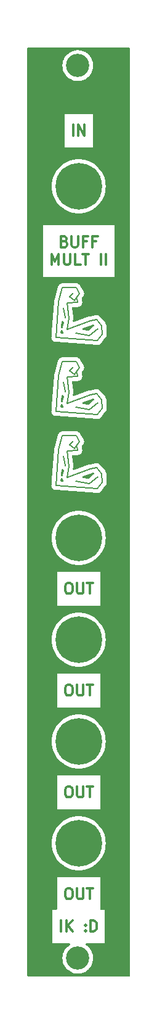
<source format=gbr>
%TF.GenerationSoftware,KiCad,Pcbnew,(6.0.1)*%
%TF.CreationDate,2022-12-13T19:10:28+02:00*%
%TF.ProjectId,BufferedMultFrontPlate3hp,42756666-6572-4656-944d-756c7446726f,rev?*%
%TF.SameCoordinates,Original*%
%TF.FileFunction,Copper,L1,Top*%
%TF.FilePolarity,Positive*%
%FSLAX46Y46*%
G04 Gerber Fmt 4.6, Leading zero omitted, Abs format (unit mm)*
G04 Created by KiCad (PCBNEW (6.0.1)) date 2022-12-13 19:10:28*
%MOMM*%
%LPD*%
G01*
G04 APERTURE LIST*
%TA.AperFunction,NonConductor*%
%ADD10C,0.200000*%
%TD*%
%ADD11C,0.300000*%
%TA.AperFunction,NonConductor*%
%ADD12C,0.300000*%
%TD*%
%TA.AperFunction,ComponentPad*%
%ADD13C,6.400000*%
%TD*%
%TA.AperFunction,ComponentPad*%
%ADD14C,3.200000*%
%TD*%
G04 APERTURE END LIST*
D10*
X10093200Y-61350400D02*
X11287000Y-60410600D01*
X8239000Y-50911000D02*
X10093200Y-51190400D01*
X5470400Y-41309800D02*
X11185400Y-41741600D01*
X8747000Y-35264600D02*
X8264400Y-34477200D01*
X8747000Y-55584600D02*
X8264400Y-54797200D01*
X6511800Y-47380400D02*
X6791200Y-48726600D01*
X10245600Y-38998400D02*
X6994400Y-40217600D01*
X8264400Y-54797200D02*
X6384800Y-54797200D01*
X11795000Y-49869600D02*
X11083800Y-49031400D01*
X6994400Y-50377600D02*
X7273800Y-48853600D01*
X6384800Y-44637200D02*
X5826000Y-46542200D01*
X7858000Y-55508400D02*
X7375400Y-56067200D01*
X5470400Y-51469800D02*
X11185400Y-51901600D01*
X11083800Y-59191400D02*
X10245600Y-59318400D01*
X11795000Y-39709600D02*
X11083800Y-38871400D01*
X8493000Y-36509200D02*
X8391400Y-35950400D01*
X7273800Y-38693600D02*
X7019800Y-36534600D01*
X7019800Y-36534600D02*
X8493000Y-36509200D01*
X5826000Y-56702200D02*
X5470400Y-61629800D01*
X10093200Y-51190400D02*
X11287000Y-50250600D01*
X11871200Y-51038000D02*
X11795000Y-49869600D01*
X10093200Y-41030400D02*
X11287000Y-40090600D01*
X11185400Y-41741600D02*
X11871200Y-40878000D01*
X8264400Y-34477200D02*
X6384800Y-34477200D01*
X6384800Y-34477200D02*
X5826000Y-36382200D01*
X11083800Y-38871400D02*
X10245600Y-38998400D01*
X5826000Y-46542200D02*
X5470400Y-51469800D01*
X7375400Y-45907200D02*
X8010400Y-46364400D01*
X6511800Y-57540400D02*
X6791200Y-58886600D01*
X8239000Y-40751000D02*
X10093200Y-41030400D01*
X11083800Y-49031400D02*
X10245600Y-49158400D01*
X8493000Y-56829200D02*
X8391400Y-56270400D01*
X11795000Y-60029600D02*
X11083800Y-59191400D01*
X7858000Y-35188400D02*
X7375400Y-35747200D01*
X6994400Y-60537600D02*
X7273800Y-59013600D01*
X11871200Y-40878000D02*
X11795000Y-39709600D01*
X11871200Y-61198000D02*
X11795000Y-60029600D01*
X6511800Y-37220400D02*
X6791200Y-38566600D01*
X8010400Y-36204400D02*
X8747000Y-35264600D01*
X7019800Y-46694600D02*
X8493000Y-46669200D01*
X8010400Y-56524400D02*
X8747000Y-55584600D01*
X8747000Y-45424600D02*
X8264400Y-44637200D01*
X7273800Y-59013600D02*
X7019800Y-56854600D01*
X8239000Y-61071000D02*
X10093200Y-61350400D01*
X7375400Y-35747200D02*
X8010400Y-36204400D01*
X7273800Y-48853600D02*
X7019800Y-46694600D01*
X7019800Y-56854600D02*
X8493000Y-56829200D01*
X10245600Y-49158400D02*
X6994400Y-50377600D01*
X8264400Y-44637200D02*
X6384800Y-44637200D01*
X11185400Y-51901600D02*
X11871200Y-51038000D01*
X5470400Y-61629800D02*
X11185400Y-62061600D01*
X10245600Y-59318400D02*
X6994400Y-60537600D01*
X11185400Y-62061600D02*
X11871200Y-61198000D01*
X8493000Y-46669200D02*
X8391400Y-46110400D01*
X7858000Y-45348400D02*
X7375400Y-45907200D01*
X7375400Y-56067200D02*
X8010400Y-56524400D01*
X5826000Y-36382200D02*
X5470400Y-41309800D01*
X6384800Y-54797200D02*
X5826000Y-56702200D01*
X8010400Y-46364400D02*
X8747000Y-45424600D01*
X6994400Y-40217600D02*
X7273800Y-38693600D01*
D11*
D12*
X7834285Y-13616571D02*
X7834285Y-12116571D01*
X8548571Y-13616571D02*
X8548571Y-12116571D01*
X9405714Y-13616571D01*
X9405714Y-12116571D01*
D11*
D12*
X7120000Y-116891571D02*
X7405714Y-116891571D01*
X7548571Y-116963000D01*
X7691428Y-117105857D01*
X7762857Y-117391571D01*
X7762857Y-117891571D01*
X7691428Y-118177285D01*
X7548571Y-118320142D01*
X7405714Y-118391571D01*
X7120000Y-118391571D01*
X6977142Y-118320142D01*
X6834285Y-118177285D01*
X6762857Y-117891571D01*
X6762857Y-117391571D01*
X6834285Y-117105857D01*
X6977142Y-116963000D01*
X7120000Y-116891571D01*
X8405714Y-116891571D02*
X8405714Y-118105857D01*
X8477142Y-118248714D01*
X8548571Y-118320142D01*
X8691428Y-118391571D01*
X8977142Y-118391571D01*
X9120000Y-118320142D01*
X9191428Y-118248714D01*
X9262857Y-118105857D01*
X9262857Y-116891571D01*
X9762857Y-116891571D02*
X10620000Y-116891571D01*
X10191428Y-118391571D02*
X10191428Y-116891571D01*
D11*
D12*
X6655714Y-28133357D02*
X6870000Y-28204785D01*
X6941428Y-28276214D01*
X7012857Y-28419071D01*
X7012857Y-28633357D01*
X6941428Y-28776214D01*
X6870000Y-28847642D01*
X6727142Y-28919071D01*
X6155714Y-28919071D01*
X6155714Y-27419071D01*
X6655714Y-27419071D01*
X6798571Y-27490500D01*
X6870000Y-27561928D01*
X6941428Y-27704785D01*
X6941428Y-27847642D01*
X6870000Y-27990500D01*
X6798571Y-28061928D01*
X6655714Y-28133357D01*
X6155714Y-28133357D01*
X7655714Y-27419071D02*
X7655714Y-28633357D01*
X7727142Y-28776214D01*
X7798571Y-28847642D01*
X7941428Y-28919071D01*
X8227142Y-28919071D01*
X8370000Y-28847642D01*
X8441428Y-28776214D01*
X8512857Y-28633357D01*
X8512857Y-27419071D01*
X9727142Y-28133357D02*
X9227142Y-28133357D01*
X9227142Y-28919071D02*
X9227142Y-27419071D01*
X9941428Y-27419071D01*
X11012857Y-28133357D02*
X10512857Y-28133357D01*
X10512857Y-28919071D02*
X10512857Y-27419071D01*
X11227142Y-27419071D01*
X4870000Y-31334071D02*
X4870000Y-29834071D01*
X5370000Y-30905500D01*
X5870000Y-29834071D01*
X5870000Y-31334071D01*
X6584285Y-29834071D02*
X6584285Y-31048357D01*
X6655714Y-31191214D01*
X6727142Y-31262642D01*
X6870000Y-31334071D01*
X7155714Y-31334071D01*
X7298571Y-31262642D01*
X7370000Y-31191214D01*
X7441428Y-31048357D01*
X7441428Y-29834071D01*
X8870000Y-31334071D02*
X8155714Y-31334071D01*
X8155714Y-29834071D01*
X9155714Y-29834071D02*
X10012857Y-29834071D01*
X9584285Y-31334071D02*
X9584285Y-29834071D01*
X11655714Y-31334071D02*
X11655714Y-29834071D01*
X12370000Y-31334071D02*
X12370000Y-29834071D01*
D11*
D12*
X7120000Y-74981571D02*
X7405714Y-74981571D01*
X7548571Y-75053000D01*
X7691428Y-75195857D01*
X7762857Y-75481571D01*
X7762857Y-75981571D01*
X7691428Y-76267285D01*
X7548571Y-76410142D01*
X7405714Y-76481571D01*
X7120000Y-76481571D01*
X6977142Y-76410142D01*
X6834285Y-76267285D01*
X6762857Y-75981571D01*
X6762857Y-75481571D01*
X6834285Y-75195857D01*
X6977142Y-75053000D01*
X7120000Y-74981571D01*
X8405714Y-74981571D02*
X8405714Y-76195857D01*
X8477142Y-76338714D01*
X8548571Y-76410142D01*
X8691428Y-76481571D01*
X8977142Y-76481571D01*
X9120000Y-76410142D01*
X9191428Y-76338714D01*
X9262857Y-76195857D01*
X9262857Y-74981571D01*
X9762857Y-74981571D02*
X10620000Y-74981571D01*
X10191428Y-76481571D02*
X10191428Y-74981571D01*
D11*
D12*
X7120000Y-88951571D02*
X7405714Y-88951571D01*
X7548571Y-89023000D01*
X7691428Y-89165857D01*
X7762857Y-89451571D01*
X7762857Y-89951571D01*
X7691428Y-90237285D01*
X7548571Y-90380142D01*
X7405714Y-90451571D01*
X7120000Y-90451571D01*
X6977142Y-90380142D01*
X6834285Y-90237285D01*
X6762857Y-89951571D01*
X6762857Y-89451571D01*
X6834285Y-89165857D01*
X6977142Y-89023000D01*
X7120000Y-88951571D01*
X8405714Y-88951571D02*
X8405714Y-90165857D01*
X8477142Y-90308714D01*
X8548571Y-90380142D01*
X8691428Y-90451571D01*
X8977142Y-90451571D01*
X9120000Y-90380142D01*
X9191428Y-90308714D01*
X9262857Y-90165857D01*
X9262857Y-88951571D01*
X9762857Y-88951571D02*
X10620000Y-88951571D01*
X10191428Y-90451571D02*
X10191428Y-88951571D01*
D11*
D12*
X7120000Y-102921571D02*
X7405714Y-102921571D01*
X7548571Y-102993000D01*
X7691428Y-103135857D01*
X7762857Y-103421571D01*
X7762857Y-103921571D01*
X7691428Y-104207285D01*
X7548571Y-104350142D01*
X7405714Y-104421571D01*
X7120000Y-104421571D01*
X6977142Y-104350142D01*
X6834285Y-104207285D01*
X6762857Y-103921571D01*
X6762857Y-103421571D01*
X6834285Y-103135857D01*
X6977142Y-102993000D01*
X7120000Y-102921571D01*
X8405714Y-102921571D02*
X8405714Y-104135857D01*
X8477142Y-104278714D01*
X8548571Y-104350142D01*
X8691428Y-104421571D01*
X8977142Y-104421571D01*
X9120000Y-104350142D01*
X9191428Y-104278714D01*
X9262857Y-104135857D01*
X9262857Y-102921571D01*
X9762857Y-102921571D02*
X10620000Y-102921571D01*
X10191428Y-104421571D02*
X10191428Y-102921571D01*
D11*
D12*
X6191428Y-122836571D02*
X6191428Y-121336571D01*
X6905714Y-122836571D02*
X6905714Y-121336571D01*
X7762857Y-122836571D02*
X7120000Y-121979428D01*
X7762857Y-121336571D02*
X6905714Y-122193714D01*
X9548571Y-122693714D02*
X9620000Y-122765142D01*
X9548571Y-122836571D01*
X9477142Y-122765142D01*
X9548571Y-122693714D01*
X9548571Y-122836571D01*
X9548571Y-121908000D02*
X9620000Y-121979428D01*
X9548571Y-122050857D01*
X9477142Y-121979428D01*
X9548571Y-121908000D01*
X9548571Y-122050857D01*
X10262857Y-122836571D02*
X10262857Y-121336571D01*
X10620000Y-121336571D01*
X10834285Y-121408000D01*
X10977142Y-121550857D01*
X11048571Y-121693714D01*
X11120000Y-121979428D01*
X11120000Y-122193714D01*
X11048571Y-122479428D01*
X10977142Y-122622285D01*
X10834285Y-122765142D01*
X10620000Y-122836571D01*
X10262857Y-122836571D01*
D13*
%TO.P,,*%
%TO.N,*%
X8620000Y-96758000D03*
%TD*%
%TO.P,REF\u002A\u002A,*%
%TO.N,*%
X8620000Y-96758000D03*
%TD*%
%TO.P,REF\u002A\u002A,*%
%TO.N,*%
X8620000Y-110728000D03*
%TD*%
D14*
%TO.P,REF158\u002C4,*%
%TO.N,*%
X8500000Y-126500000D03*
%TD*%
%TO.P,REF\u002A\u002A,*%
%TO.N,*%
X8500000Y-4000000D03*
%TD*%
D13*
%TO.P,REF\u002A\u002A,*%
%TO.N,*%
X8620000Y-68818000D03*
%TD*%
%TO.P,,*%
%TO.N,*%
X8620000Y-82788000D03*
%TD*%
%TO.P,REF\u002A\u002A,*%
%TO.N,*%
X8620000Y-20558000D03*
%TD*%
%TA.AperFunction,NonConductor*%
G36*
X6443380Y-39069508D02*
G01*
X6448485Y-39073910D01*
X6448487Y-39073912D01*
X6454739Y-39079303D01*
X6487908Y-39095319D01*
X6540552Y-39142951D01*
X6559089Y-39211485D01*
X6557053Y-39231499D01*
X6489530Y-39599802D01*
X6433053Y-39907856D01*
X6401095Y-39971253D01*
X6339935Y-40007308D01*
X6268991Y-40004573D01*
X6210787Y-39963918D01*
X6183803Y-39898249D01*
X6183446Y-39876065D01*
X6197329Y-39683696D01*
X6235420Y-39155857D01*
X6260273Y-39089353D01*
X6317136Y-39046843D01*
X6387955Y-39041824D01*
X6443380Y-39069508D01*
G37*
%TD.AperFunction*%
%TA.AperFunction,NonConductor*%
G36*
X10667512Y-39569644D02*
G01*
X10721518Y-39615729D01*
X10742035Y-39683696D01*
X10722549Y-39751967D01*
X10693977Y-39783653D01*
X9966570Y-40356292D01*
X9900673Y-40382712D01*
X9869858Y-40381882D01*
X9220963Y-40284103D01*
X9156583Y-40254174D01*
X9118604Y-40194190D01*
X9119084Y-40123195D01*
X9157870Y-40063730D01*
X9195493Y-40041534D01*
X10387211Y-39594640D01*
X10412577Y-39588039D01*
X10597164Y-39560072D01*
X10667512Y-39569644D01*
G37*
%TD.AperFunction*%
%TA.AperFunction,NonConductor*%
G36*
X6363788Y-40273941D02*
G01*
X6397379Y-40334517D01*
X6400755Y-40349076D01*
X6401202Y-40351080D01*
X6416727Y-40423427D01*
X6419049Y-40427963D01*
X6420200Y-40432925D01*
X6424084Y-40440213D01*
X6424085Y-40440215D01*
X6454991Y-40498203D01*
X6455950Y-40500039D01*
X6489683Y-40565926D01*
X6493100Y-40569706D01*
X6495496Y-40574202D01*
X6495982Y-40574722D01*
X6517221Y-40639147D01*
X6499468Y-40707888D01*
X6447368Y-40756118D01*
X6381796Y-40768928D01*
X6245657Y-40758642D01*
X6179237Y-40733564D01*
X6136919Y-40676558D01*
X6129477Y-40623931D01*
X6148963Y-40353910D01*
X6173816Y-40287405D01*
X6230679Y-40244895D01*
X6301498Y-40239876D01*
X6363788Y-40273941D01*
G37*
%TD.AperFunction*%
%TA.AperFunction,NonConductor*%
G36*
X6443380Y-49229508D02*
G01*
X6448485Y-49233910D01*
X6448487Y-49233912D01*
X6454739Y-49239303D01*
X6487908Y-49255319D01*
X6540552Y-49302951D01*
X6559089Y-49371485D01*
X6557053Y-49391499D01*
X6489530Y-49759802D01*
X6433053Y-50067856D01*
X6401095Y-50131253D01*
X6339935Y-50167308D01*
X6268991Y-50164573D01*
X6210787Y-50123918D01*
X6183803Y-50058249D01*
X6183446Y-50036065D01*
X6197329Y-49843696D01*
X6235420Y-49315857D01*
X6260273Y-49249353D01*
X6317136Y-49206843D01*
X6387955Y-49201824D01*
X6443380Y-49229508D01*
G37*
%TD.AperFunction*%
%TA.AperFunction,NonConductor*%
G36*
X10667512Y-49729644D02*
G01*
X10721518Y-49775729D01*
X10742035Y-49843696D01*
X10722549Y-49911967D01*
X10693977Y-49943653D01*
X9966570Y-50516292D01*
X9900673Y-50542712D01*
X9869858Y-50541882D01*
X9220963Y-50444103D01*
X9156583Y-50414174D01*
X9118604Y-50354190D01*
X9119084Y-50283195D01*
X9157870Y-50223730D01*
X9195493Y-50201534D01*
X10387211Y-49754640D01*
X10412577Y-49748039D01*
X10597164Y-49720072D01*
X10667512Y-49729644D01*
G37*
%TD.AperFunction*%
%TA.AperFunction,NonConductor*%
G36*
X6363788Y-50433941D02*
G01*
X6397379Y-50494517D01*
X6400755Y-50509076D01*
X6401202Y-50511080D01*
X6416727Y-50583427D01*
X6419049Y-50587963D01*
X6420200Y-50592925D01*
X6424084Y-50600213D01*
X6424085Y-50600215D01*
X6454991Y-50658203D01*
X6455950Y-50660039D01*
X6489683Y-50725926D01*
X6493100Y-50729706D01*
X6495496Y-50734202D01*
X6495982Y-50734722D01*
X6517221Y-50799147D01*
X6499468Y-50867888D01*
X6447368Y-50916118D01*
X6381796Y-50928928D01*
X6245657Y-50918642D01*
X6179237Y-50893564D01*
X6136919Y-50836558D01*
X6129477Y-50783931D01*
X6148963Y-50513910D01*
X6173816Y-50447405D01*
X6230679Y-50404895D01*
X6301498Y-50399876D01*
X6363788Y-50433941D01*
G37*
%TD.AperFunction*%
%TA.AperFunction,NonConductor*%
G36*
X6443380Y-59389508D02*
G01*
X6448485Y-59393910D01*
X6448487Y-59393912D01*
X6454739Y-59399303D01*
X6487908Y-59415319D01*
X6540552Y-59462951D01*
X6559089Y-59531485D01*
X6557053Y-59551499D01*
X6489530Y-59919802D01*
X6433053Y-60227856D01*
X6401095Y-60291253D01*
X6339935Y-60327308D01*
X6268991Y-60324573D01*
X6210787Y-60283918D01*
X6183803Y-60218249D01*
X6183446Y-60196065D01*
X6197329Y-60003696D01*
X6235420Y-59475857D01*
X6260273Y-59409353D01*
X6317136Y-59366843D01*
X6387955Y-59361824D01*
X6443380Y-59389508D01*
G37*
%TD.AperFunction*%
%TA.AperFunction,NonConductor*%
G36*
X10667512Y-59889644D02*
G01*
X10721518Y-59935729D01*
X10742035Y-60003696D01*
X10722549Y-60071967D01*
X10693977Y-60103653D01*
X9966570Y-60676292D01*
X9900673Y-60702712D01*
X9869858Y-60701882D01*
X9220963Y-60604103D01*
X9156583Y-60574174D01*
X9118604Y-60514190D01*
X9119084Y-60443195D01*
X9157870Y-60383730D01*
X9195493Y-60361534D01*
X10387211Y-59914640D01*
X10412577Y-59908039D01*
X10597164Y-59880072D01*
X10667512Y-59889644D01*
G37*
%TD.AperFunction*%
%TA.AperFunction,NonConductor*%
G36*
X6363788Y-60593941D02*
G01*
X6397379Y-60654517D01*
X6400755Y-60669076D01*
X6401202Y-60671080D01*
X6416727Y-60743427D01*
X6419049Y-60747963D01*
X6420200Y-60752925D01*
X6424084Y-60760213D01*
X6424085Y-60760215D01*
X6454991Y-60818203D01*
X6455950Y-60820039D01*
X6489683Y-60885926D01*
X6493100Y-60889706D01*
X6495496Y-60894202D01*
X6495982Y-60894722D01*
X6517221Y-60959147D01*
X6499468Y-61027888D01*
X6447368Y-61076118D01*
X6381796Y-61088928D01*
X6245657Y-61078642D01*
X6179237Y-61053564D01*
X6136919Y-60996558D01*
X6129477Y-60943931D01*
X6148963Y-60673910D01*
X6173816Y-60607405D01*
X6230679Y-60564895D01*
X6301498Y-60559876D01*
X6363788Y-60593941D01*
G37*
%TD.AperFunction*%
%TA.AperFunction,NonConductor*%
G36*
X15594121Y-1528002D02*
G01*
X15640614Y-1581658D01*
X15652000Y-1634000D01*
X15652000Y-128866000D01*
X15631998Y-128934121D01*
X15578342Y-128980614D01*
X15526000Y-128992000D01*
X1634000Y-128992000D01*
X1565879Y-128971998D01*
X1519386Y-128918342D01*
X1508000Y-128866000D01*
X1508000Y-124473500D01*
X5026286Y-124473500D01*
X7324281Y-124473500D01*
X7392402Y-124493502D01*
X7438895Y-124547158D01*
X7448999Y-124617432D01*
X7419505Y-124682012D01*
X7388987Y-124707616D01*
X7297521Y-124762357D01*
X7297517Y-124762360D01*
X7293839Y-124764561D01*
X7069472Y-124944313D01*
X6871577Y-125152851D01*
X6703814Y-125386317D01*
X6569288Y-125640392D01*
X6470489Y-125910373D01*
X6409245Y-126191264D01*
X6386689Y-126477869D01*
X6403238Y-126764883D01*
X6404063Y-126769088D01*
X6404064Y-126769096D01*
X6436010Y-126931921D01*
X6458586Y-127046995D01*
X6459973Y-127051045D01*
X6459974Y-127051050D01*
X6550321Y-127314930D01*
X6551710Y-127318986D01*
X6680885Y-127575822D01*
X6843721Y-127812750D01*
X7037206Y-128025388D01*
X7040501Y-128028143D01*
X7040502Y-128028144D01*
X7091258Y-128070582D01*
X7257759Y-128209798D01*
X7501298Y-128362571D01*
X7763318Y-128480877D01*
X7767437Y-128482097D01*
X8034857Y-128561311D01*
X8034862Y-128561312D01*
X8038970Y-128562529D01*
X8043204Y-128563177D01*
X8043209Y-128563178D01*
X8291811Y-128601219D01*
X8323153Y-128606015D01*
X8469485Y-128608314D01*
X8606317Y-128610464D01*
X8606323Y-128610464D01*
X8610608Y-128610531D01*
X8614860Y-128610016D01*
X8614868Y-128610016D01*
X8891756Y-128576508D01*
X8891761Y-128576507D01*
X8896017Y-128575992D01*
X9174097Y-128503039D01*
X9439704Y-128393021D01*
X9687922Y-128247974D01*
X9914159Y-128070582D01*
X9955285Y-128028144D01*
X10111244Y-127867206D01*
X10114227Y-127864128D01*
X10116760Y-127860680D01*
X10116764Y-127860675D01*
X10281887Y-127635886D01*
X10284425Y-127632431D01*
X10421604Y-127379779D01*
X10523225Y-127110848D01*
X10587407Y-126830613D01*
X10612963Y-126544260D01*
X10613427Y-126500000D01*
X10593873Y-126213175D01*
X10589336Y-126191264D01*
X10536443Y-125935855D01*
X10535574Y-125931658D01*
X10439607Y-125660657D01*
X10307750Y-125405188D01*
X10294488Y-125386317D01*
X10144904Y-125173482D01*
X10142441Y-125169977D01*
X9946740Y-124959378D01*
X9724268Y-124777287D01*
X9609461Y-124706933D01*
X9561830Y-124654285D01*
X9550223Y-124584244D01*
X9578326Y-124519046D01*
X9637217Y-124479392D01*
X9675296Y-124473500D01*
X12213715Y-124473500D01*
X12213715Y-119842500D01*
X11696857Y-119842500D01*
X11628736Y-119822498D01*
X11582243Y-119768842D01*
X11570857Y-119716500D01*
X11570857Y-115397500D01*
X5669143Y-115397500D01*
X5669143Y-119716500D01*
X5649141Y-119784621D01*
X5595485Y-119831114D01*
X5543143Y-119842500D01*
X5026286Y-119842500D01*
X5026286Y-124473500D01*
X1508000Y-124473500D01*
X1508000Y-110728000D01*
X4906411Y-110728000D01*
X4926754Y-111116176D01*
X4987562Y-111500099D01*
X5088167Y-111875562D01*
X5227468Y-112238453D01*
X5403938Y-112584794D01*
X5615643Y-112910793D01*
X5860266Y-113212876D01*
X6135124Y-113487734D01*
X6437207Y-113732357D01*
X6763205Y-113944062D01*
X6766139Y-113945557D01*
X6766146Y-113945561D01*
X7106607Y-114119034D01*
X7109547Y-114120532D01*
X7472438Y-114259833D01*
X7847901Y-114360438D01*
X8051793Y-114392732D01*
X8228576Y-114420732D01*
X8228584Y-114420733D01*
X8231824Y-114421246D01*
X8620000Y-114441589D01*
X9008176Y-114421246D01*
X9011416Y-114420733D01*
X9011424Y-114420732D01*
X9188207Y-114392732D01*
X9392099Y-114360438D01*
X9767562Y-114259833D01*
X10130453Y-114120532D01*
X10133393Y-114119034D01*
X10473854Y-113945561D01*
X10473861Y-113945557D01*
X10476795Y-113944062D01*
X10802793Y-113732357D01*
X11104876Y-113487734D01*
X11379734Y-113212876D01*
X11624357Y-112910793D01*
X11836062Y-112584794D01*
X12012532Y-112238453D01*
X12151833Y-111875562D01*
X12252438Y-111500099D01*
X12313246Y-111116176D01*
X12333589Y-110728000D01*
X12313246Y-110339824D01*
X12252438Y-109955901D01*
X12151833Y-109580438D01*
X12012532Y-109217547D01*
X11836062Y-108871206D01*
X11624357Y-108545207D01*
X11379734Y-108243124D01*
X11104876Y-107968266D01*
X10802793Y-107723643D01*
X10476795Y-107511938D01*
X10473861Y-107510443D01*
X10473854Y-107510439D01*
X10133393Y-107336966D01*
X10130453Y-107335468D01*
X9767562Y-107196167D01*
X9392099Y-107095562D01*
X9188207Y-107063268D01*
X9011424Y-107035268D01*
X9011416Y-107035267D01*
X9008176Y-107034754D01*
X8620000Y-107014411D01*
X8231824Y-107034754D01*
X8228584Y-107035267D01*
X8228576Y-107035268D01*
X8051793Y-107063268D01*
X7847901Y-107095562D01*
X7472438Y-107196167D01*
X7109547Y-107335468D01*
X7106607Y-107336966D01*
X6766147Y-107510439D01*
X6766140Y-107510443D01*
X6763206Y-107511938D01*
X6437207Y-107723643D01*
X6135124Y-107968266D01*
X5860266Y-108243124D01*
X5615643Y-108545207D01*
X5403938Y-108871206D01*
X5227468Y-109217547D01*
X5088167Y-109580438D01*
X4987562Y-109955901D01*
X4926754Y-110339824D01*
X4906411Y-110728000D01*
X1508000Y-110728000D01*
X1508000Y-106058500D01*
X5669143Y-106058500D01*
X11570857Y-106058500D01*
X11570857Y-101427500D01*
X5669143Y-101427500D01*
X5669143Y-106058500D01*
X1508000Y-106058500D01*
X1508000Y-96758000D01*
X4906411Y-96758000D01*
X4926754Y-97146176D01*
X4987562Y-97530099D01*
X5088167Y-97905562D01*
X5227468Y-98268453D01*
X5403938Y-98614794D01*
X5615643Y-98940793D01*
X5860266Y-99242876D01*
X6135124Y-99517734D01*
X6437207Y-99762357D01*
X6763205Y-99974062D01*
X6766139Y-99975557D01*
X6766146Y-99975561D01*
X7106607Y-100149034D01*
X7109547Y-100150532D01*
X7472438Y-100289833D01*
X7847901Y-100390438D01*
X8051793Y-100422732D01*
X8228576Y-100450732D01*
X8228584Y-100450733D01*
X8231824Y-100451246D01*
X8620000Y-100471589D01*
X9008176Y-100451246D01*
X9011416Y-100450733D01*
X9011424Y-100450732D01*
X9188207Y-100422732D01*
X9392099Y-100390438D01*
X9767562Y-100289833D01*
X10130453Y-100150532D01*
X10133393Y-100149034D01*
X10473854Y-99975561D01*
X10473861Y-99975557D01*
X10476795Y-99974062D01*
X10802793Y-99762357D01*
X11104876Y-99517734D01*
X11379734Y-99242876D01*
X11624357Y-98940793D01*
X11836062Y-98614794D01*
X12012532Y-98268453D01*
X12151833Y-97905562D01*
X12252438Y-97530099D01*
X12313246Y-97146176D01*
X12333589Y-96758000D01*
X12313246Y-96369824D01*
X12252438Y-95985901D01*
X12151833Y-95610438D01*
X12012532Y-95247547D01*
X11836062Y-94901206D01*
X11624357Y-94575207D01*
X11379734Y-94273124D01*
X11104876Y-93998266D01*
X10802793Y-93753643D01*
X10476795Y-93541938D01*
X10473861Y-93540443D01*
X10473854Y-93540439D01*
X10133393Y-93366966D01*
X10130453Y-93365468D01*
X9767562Y-93226167D01*
X9392099Y-93125562D01*
X9188207Y-93093268D01*
X9011424Y-93065268D01*
X9011416Y-93065267D01*
X9008176Y-93064754D01*
X8620000Y-93044411D01*
X8231824Y-93064754D01*
X8228584Y-93065267D01*
X8228576Y-93065268D01*
X8051793Y-93093268D01*
X7847901Y-93125562D01*
X7472438Y-93226167D01*
X7109547Y-93365468D01*
X7106607Y-93366966D01*
X6766147Y-93540439D01*
X6766140Y-93540443D01*
X6763206Y-93541938D01*
X6437207Y-93753643D01*
X6135124Y-93998266D01*
X5860266Y-94273124D01*
X5615643Y-94575207D01*
X5403938Y-94901206D01*
X5227468Y-95247547D01*
X5088167Y-95610438D01*
X4987562Y-95985901D01*
X4926754Y-96369824D01*
X4906411Y-96758000D01*
X1508000Y-96758000D01*
X1508000Y-92088500D01*
X5669143Y-92088500D01*
X11570857Y-92088500D01*
X11570857Y-87457500D01*
X5669143Y-87457500D01*
X5669143Y-92088500D01*
X1508000Y-92088500D01*
X1508000Y-82788000D01*
X4906411Y-82788000D01*
X4926754Y-83176176D01*
X4987562Y-83560099D01*
X5088167Y-83935562D01*
X5227468Y-84298453D01*
X5403938Y-84644794D01*
X5615643Y-84970793D01*
X5860266Y-85272876D01*
X6135124Y-85547734D01*
X6437207Y-85792357D01*
X6763205Y-86004062D01*
X6766139Y-86005557D01*
X6766146Y-86005561D01*
X7106607Y-86179034D01*
X7109547Y-86180532D01*
X7472438Y-86319833D01*
X7847901Y-86420438D01*
X8051793Y-86452732D01*
X8228576Y-86480732D01*
X8228584Y-86480733D01*
X8231824Y-86481246D01*
X8620000Y-86501589D01*
X9008176Y-86481246D01*
X9011416Y-86480733D01*
X9011424Y-86480732D01*
X9188207Y-86452732D01*
X9392099Y-86420438D01*
X9767562Y-86319833D01*
X10130453Y-86180532D01*
X10133393Y-86179034D01*
X10473854Y-86005561D01*
X10473861Y-86005557D01*
X10476795Y-86004062D01*
X10802793Y-85792357D01*
X11104876Y-85547734D01*
X11379734Y-85272876D01*
X11624357Y-84970793D01*
X11836062Y-84644794D01*
X12012532Y-84298453D01*
X12151833Y-83935562D01*
X12252438Y-83560099D01*
X12313246Y-83176176D01*
X12333589Y-82788000D01*
X12313246Y-82399824D01*
X12252438Y-82015901D01*
X12151833Y-81640438D01*
X12012532Y-81277547D01*
X11836062Y-80931206D01*
X11624357Y-80605207D01*
X11379734Y-80303124D01*
X11104876Y-80028266D01*
X10802793Y-79783643D01*
X10476795Y-79571938D01*
X10473861Y-79570443D01*
X10473854Y-79570439D01*
X10133393Y-79396966D01*
X10130453Y-79395468D01*
X9767562Y-79256167D01*
X9392099Y-79155562D01*
X9188207Y-79123268D01*
X9011424Y-79095268D01*
X9011416Y-79095267D01*
X9008176Y-79094754D01*
X8620000Y-79074411D01*
X8231824Y-79094754D01*
X8228584Y-79095267D01*
X8228576Y-79095268D01*
X8051793Y-79123268D01*
X7847901Y-79155562D01*
X7472438Y-79256167D01*
X7109547Y-79395468D01*
X7106607Y-79396966D01*
X6766147Y-79570439D01*
X6766140Y-79570443D01*
X6763206Y-79571938D01*
X6437207Y-79783643D01*
X6135124Y-80028266D01*
X5860266Y-80303124D01*
X5615643Y-80605207D01*
X5403938Y-80931206D01*
X5227468Y-81277547D01*
X5088167Y-81640438D01*
X4987562Y-82015901D01*
X4926754Y-82399824D01*
X4906411Y-82788000D01*
X1508000Y-82788000D01*
X1508000Y-78118500D01*
X5669143Y-78118500D01*
X11570857Y-78118500D01*
X11570857Y-73487500D01*
X5669143Y-73487500D01*
X5669143Y-78118500D01*
X1508000Y-78118500D01*
X1508000Y-68818000D01*
X4906411Y-68818000D01*
X4926754Y-69206176D01*
X4987562Y-69590099D01*
X5088167Y-69965562D01*
X5227468Y-70328453D01*
X5403938Y-70674794D01*
X5615643Y-71000793D01*
X5860266Y-71302876D01*
X6135124Y-71577734D01*
X6437207Y-71822357D01*
X6763205Y-72034062D01*
X6766139Y-72035557D01*
X6766146Y-72035561D01*
X7106607Y-72209034D01*
X7109547Y-72210532D01*
X7472438Y-72349833D01*
X7847901Y-72450438D01*
X8051793Y-72482732D01*
X8228576Y-72510732D01*
X8228584Y-72510733D01*
X8231824Y-72511246D01*
X8620000Y-72531589D01*
X9008176Y-72511246D01*
X9011416Y-72510733D01*
X9011424Y-72510732D01*
X9188207Y-72482732D01*
X9392099Y-72450438D01*
X9767562Y-72349833D01*
X10130453Y-72210532D01*
X10133393Y-72209034D01*
X10473854Y-72035561D01*
X10473861Y-72035557D01*
X10476795Y-72034062D01*
X10802793Y-71822357D01*
X11104876Y-71577734D01*
X11379734Y-71302876D01*
X11624357Y-71000793D01*
X11836062Y-70674794D01*
X12012532Y-70328453D01*
X12151833Y-69965562D01*
X12252438Y-69590099D01*
X12313246Y-69206176D01*
X12333589Y-68818000D01*
X12313246Y-68429824D01*
X12252438Y-68045901D01*
X12151833Y-67670438D01*
X12012532Y-67307547D01*
X11836062Y-66961206D01*
X11624357Y-66635207D01*
X11379734Y-66333124D01*
X11104876Y-66058266D01*
X10802793Y-65813643D01*
X10476795Y-65601938D01*
X10473861Y-65600443D01*
X10473854Y-65600439D01*
X10133393Y-65426966D01*
X10130453Y-65425468D01*
X9767562Y-65286167D01*
X9392099Y-65185562D01*
X9188207Y-65153268D01*
X9011424Y-65125268D01*
X9011416Y-65125267D01*
X9008176Y-65124754D01*
X8620000Y-65104411D01*
X8231824Y-65124754D01*
X8228584Y-65125267D01*
X8228576Y-65125268D01*
X8051793Y-65153268D01*
X7847901Y-65185562D01*
X7472438Y-65286167D01*
X7109547Y-65425468D01*
X7106607Y-65426966D01*
X6766147Y-65600439D01*
X6766140Y-65600443D01*
X6763206Y-65601938D01*
X6437207Y-65813643D01*
X6135124Y-66058266D01*
X5860266Y-66333124D01*
X5615643Y-66635207D01*
X5403938Y-66961206D01*
X5227468Y-67307547D01*
X5088167Y-67670438D01*
X4987562Y-68045901D01*
X4926754Y-68429824D01*
X4906411Y-68818000D01*
X1508000Y-68818000D01*
X1508000Y-61583598D01*
X4858897Y-61583598D01*
X4860868Y-61619075D01*
X4861147Y-61624106D01*
X4861168Y-61624964D01*
X4861109Y-61625781D01*
X4861244Y-61628068D01*
X4863379Y-61664315D01*
X4863403Y-61664736D01*
X4867775Y-61743441D01*
X4868101Y-61744433D01*
X4868162Y-61745472D01*
X4893052Y-61820417D01*
X4917721Y-61895539D01*
X4918291Y-61896411D01*
X4918620Y-61897401D01*
X4962069Y-61963363D01*
X5005332Y-62029528D01*
X5006110Y-62030224D01*
X5006683Y-62031094D01*
X5012687Y-62036429D01*
X5012688Y-62036431D01*
X5065613Y-62083466D01*
X5065930Y-62083749D01*
X5118664Y-62130934D01*
X5118671Y-62130939D01*
X5124636Y-62136276D01*
X5125567Y-62136747D01*
X5126346Y-62137439D01*
X5133498Y-62141025D01*
X5133500Y-62141026D01*
X5196958Y-62172841D01*
X5267503Y-62208508D01*
X5268524Y-62208722D01*
X5269456Y-62209189D01*
X5277291Y-62210801D01*
X5277293Y-62210802D01*
X5314806Y-62218521D01*
X5346614Y-62225066D01*
X5346812Y-62225107D01*
X5382581Y-62232594D01*
X5382603Y-62232598D01*
X5384859Y-62233070D01*
X5385681Y-62233132D01*
X5386527Y-62233279D01*
X5426260Y-62241455D01*
X5456897Y-62239650D01*
X5473794Y-62239790D01*
X10042318Y-62584967D01*
X11065036Y-62662239D01*
X11079129Y-62664759D01*
X11079138Y-62664700D01*
X11087309Y-62665914D01*
X11095246Y-62668183D01*
X11153711Y-62669156D01*
X11161101Y-62669497D01*
X11175201Y-62670563D01*
X11175212Y-62670563D01*
X11179326Y-62670874D01*
X11183449Y-62670645D01*
X11183454Y-62670645D01*
X11192678Y-62670133D01*
X11201758Y-62669956D01*
X11247063Y-62670710D01*
X11247066Y-62670710D01*
X11255314Y-62670847D01*
X11263318Y-62668844D01*
X11263322Y-62668844D01*
X11265232Y-62668366D01*
X11288831Y-62664792D01*
X11299041Y-62664225D01*
X11349942Y-62647510D01*
X11358668Y-62644990D01*
X11410617Y-62631993D01*
X11417840Y-62627982D01*
X11419558Y-62627028D01*
X11441420Y-62617471D01*
X11443291Y-62616857D01*
X11443295Y-62616855D01*
X11451139Y-62614279D01*
X11495968Y-62584967D01*
X11503747Y-62580272D01*
X11543351Y-62558277D01*
X11543352Y-62558276D01*
X11550571Y-62554267D01*
X11557925Y-62547153D01*
X11576564Y-62532267D01*
X11585127Y-62526668D01*
X11620836Y-62486759D01*
X11627122Y-62480222D01*
X11636751Y-62470909D01*
X11648132Y-62456577D01*
X11652893Y-62450931D01*
X11686373Y-62413515D01*
X11686375Y-62413511D01*
X11691876Y-62407364D01*
X11695599Y-62400000D01*
X11700259Y-62393174D01*
X11700308Y-62393208D01*
X11708029Y-62381151D01*
X11820287Y-62239790D01*
X12306133Y-61627983D01*
X12321758Y-61611582D01*
X12325919Y-61607935D01*
X12325922Y-61607932D01*
X12332131Y-61602490D01*
X12359931Y-61560914D01*
X12365999Y-61552597D01*
X12369544Y-61548133D01*
X12369546Y-61548130D01*
X12372111Y-61544900D01*
X12383333Y-61526190D01*
X12386637Y-61520977D01*
X12416525Y-61476277D01*
X12416527Y-61476274D01*
X12421116Y-61469410D01*
X12423773Y-61461592D01*
X12426806Y-61455446D01*
X12429534Y-61449159D01*
X12433781Y-61442077D01*
X12450822Y-61382465D01*
X12452669Y-61376556D01*
X12469967Y-61325652D01*
X12472624Y-61317834D01*
X12473167Y-61309594D01*
X12474508Y-61302864D01*
X12475514Y-61296090D01*
X12477783Y-61288154D01*
X12478815Y-61226136D01*
X12479069Y-61219978D01*
X12480504Y-61198194D01*
X12480177Y-61193183D01*
X12479865Y-61188387D01*
X12479615Y-61178095D01*
X12480310Y-61136338D01*
X12480310Y-61136336D01*
X12480447Y-61128087D01*
X12478445Y-61120083D01*
X12478444Y-61120078D01*
X12477100Y-61114707D01*
X12473600Y-61092328D01*
X12402091Y-59995858D01*
X12401976Y-59993843D01*
X12400790Y-59969706D01*
X12398337Y-59919802D01*
X12386762Y-59883780D01*
X12383134Y-59869775D01*
X12377372Y-59840761D01*
X12375765Y-59832667D01*
X12364257Y-59809311D01*
X12357328Y-59792180D01*
X12349361Y-59767389D01*
X12328859Y-59735593D01*
X12321729Y-59723002D01*
X12308657Y-59696472D01*
X12308654Y-59696468D01*
X12305006Y-59689064D01*
X12256105Y-59633267D01*
X12254838Y-59631797D01*
X11585611Y-58843066D01*
X11573815Y-58826659D01*
X11567230Y-58815750D01*
X11562961Y-58808677D01*
X11532070Y-58778966D01*
X11527171Y-58773752D01*
X11527161Y-58773762D01*
X11524296Y-58770802D01*
X11521625Y-58767654D01*
X11518569Y-58764884D01*
X11518558Y-58764873D01*
X11500172Y-58748211D01*
X11497457Y-58745677D01*
X11447577Y-58697703D01*
X11440660Y-58693887D01*
X11438639Y-58692443D01*
X11432784Y-58687137D01*
X11371271Y-58655542D01*
X11367983Y-58653791D01*
X11314642Y-58624365D01*
X11307404Y-58620372D01*
X11299729Y-58618475D01*
X11297414Y-58617608D01*
X11290381Y-58613996D01*
X11282311Y-58612253D01*
X11282310Y-58612253D01*
X11222781Y-58599398D01*
X11219166Y-58598561D01*
X11151992Y-58581957D01*
X11144083Y-58582111D01*
X11141627Y-58581873D01*
X11133898Y-58580204D01*
X11125655Y-58580609D01*
X11125653Y-58580609D01*
X11064803Y-58583600D01*
X11061072Y-58583728D01*
X11046618Y-58584010D01*
X11032116Y-58584292D01*
X11028040Y-58584910D01*
X11023923Y-58585260D01*
X11023922Y-58585247D01*
X11016804Y-58585959D01*
X11001926Y-58586691D01*
X10982255Y-58587657D01*
X10982252Y-58587658D01*
X10974002Y-58588063D01*
X10954210Y-58594423D01*
X10954008Y-58594488D01*
X10934337Y-58599107D01*
X10221583Y-58707099D01*
X10198438Y-58708449D01*
X10194480Y-58708315D01*
X10194479Y-58708315D01*
X10186226Y-58708035D01*
X10178185Y-58709900D01*
X10178182Y-58709900D01*
X10156747Y-58714871D01*
X10135972Y-58719689D01*
X10126391Y-58721522D01*
X10119200Y-58722611D01*
X10119187Y-58722614D01*
X10115121Y-58723230D01*
X10095629Y-58728862D01*
X10089179Y-58730540D01*
X10069427Y-58735121D01*
X10065558Y-58736572D01*
X10058768Y-58739118D01*
X10049500Y-58742190D01*
X10007866Y-58754219D01*
X10007864Y-58754220D01*
X9999934Y-58756511D01*
X9990271Y-58762344D01*
X9989470Y-58762827D01*
X9968602Y-58772930D01*
X7994292Y-59513296D01*
X7923485Y-59518487D01*
X7861113Y-59484572D01*
X7826977Y-59422320D01*
X7826116Y-59372600D01*
X7865588Y-59157299D01*
X7868277Y-59145735D01*
X7878391Y-59109971D01*
X7878392Y-59109964D01*
X7880638Y-59102022D01*
X7881556Y-59035426D01*
X7881704Y-59030818D01*
X7884645Y-58972548D01*
X7884645Y-58972546D01*
X7885061Y-58964299D01*
X7875530Y-58919885D01*
X7873590Y-58908180D01*
X7864000Y-58826659D01*
X7718420Y-57589228D01*
X7730326Y-57519237D01*
X7778182Y-57466793D01*
X7841384Y-57448525D01*
X8120490Y-57443713D01*
X8424969Y-57438464D01*
X8435469Y-57438803D01*
X8442803Y-57440388D01*
X8451051Y-57439984D01*
X8451052Y-57439984D01*
X8467464Y-57439180D01*
X8511133Y-57437040D01*
X8515077Y-57436910D01*
X8543322Y-57436423D01*
X8547408Y-57435813D01*
X8549583Y-57435633D01*
X8559147Y-57434688D01*
X8580212Y-57433656D01*
X8602701Y-57432554D01*
X8610566Y-57430028D01*
X8621963Y-57426368D01*
X8641891Y-57421713D01*
X8642740Y-57421586D01*
X8661908Y-57418726D01*
X8669480Y-57415435D01*
X8669482Y-57415435D01*
X8701913Y-57401342D01*
X8713600Y-57396938D01*
X8747264Y-57386126D01*
X8747263Y-57386126D01*
X8755123Y-57383602D01*
X8772125Y-57372643D01*
X8790174Y-57362987D01*
X8801159Y-57358214D01*
X8801163Y-57358211D01*
X8808733Y-57354922D01*
X8826988Y-57340407D01*
X8842868Y-57327782D01*
X8853018Y-57320503D01*
X8882738Y-57301345D01*
X8889681Y-57296870D01*
X8903278Y-57281872D01*
X8918204Y-57267882D01*
X8927576Y-57260430D01*
X8934041Y-57255290D01*
X8938957Y-57248650D01*
X8959992Y-57220237D01*
X8967909Y-57210582D01*
X8991661Y-57184382D01*
X8991663Y-57184380D01*
X8997206Y-57178265D01*
X9006454Y-57160267D01*
X9017253Y-57142887D01*
X9024378Y-57133262D01*
X9029294Y-57126622D01*
X9045288Y-57086044D01*
X9050438Y-57074667D01*
X9066596Y-57043220D01*
X9066596Y-57043219D01*
X9070371Y-57035873D01*
X9072115Y-57027802D01*
X9072117Y-57027797D01*
X9074647Y-57016091D01*
X9080580Y-56996505D01*
X9084969Y-56985370D01*
X9084969Y-56985369D01*
X9087998Y-56977685D01*
X9092945Y-56934352D01*
X9094975Y-56922029D01*
X9102444Y-56887467D01*
X9104188Y-56879397D01*
X9103198Y-56859184D01*
X9103860Y-56838732D01*
X9105219Y-56826830D01*
X9105219Y-56826829D01*
X9106155Y-56818628D01*
X9099717Y-56775489D01*
X9098775Y-56765962D01*
X9098523Y-56763766D01*
X9098321Y-56759642D01*
X9097584Y-56755590D01*
X9097583Y-56755579D01*
X9093273Y-56731876D01*
X9092620Y-56727932D01*
X9092076Y-56724282D01*
X9085410Y-56679615D01*
X9083746Y-56668463D01*
X9083745Y-56668459D01*
X9082526Y-56660292D01*
X9079535Y-56653410D01*
X9077147Y-56643186D01*
X9014339Y-56297741D01*
X9021833Y-56227140D01*
X9039138Y-56197474D01*
X9176856Y-56021765D01*
X9184619Y-56012768D01*
X9185446Y-56011896D01*
X9191865Y-56006698D01*
X9231036Y-55952773D01*
X9233785Y-55949131D01*
X9250111Y-55928302D01*
X9252752Y-55923834D01*
X9259275Y-55913901D01*
X9281101Y-55883855D01*
X9285953Y-55877176D01*
X9292566Y-55859945D01*
X9301735Y-55840971D01*
X9306923Y-55832195D01*
X9306923Y-55832194D01*
X9311124Y-55825088D01*
X9318082Y-55800151D01*
X9323320Y-55781374D01*
X9327050Y-55770089D01*
X9340353Y-55735425D01*
X9343312Y-55727715D01*
X9345240Y-55709359D01*
X9349186Y-55688664D01*
X9351924Y-55678849D01*
X9354145Y-55670889D01*
X9354611Y-55625517D01*
X9355293Y-55613649D01*
X9359172Y-55576718D01*
X9360035Y-55568502D01*
X9357145Y-55550262D01*
X9355600Y-55529257D01*
X9355704Y-55519069D01*
X9355789Y-55510807D01*
X9353735Y-55502812D01*
X9353734Y-55502807D01*
X9344495Y-55466852D01*
X9342084Y-55455216D01*
X9336272Y-55418542D01*
X9334980Y-55410386D01*
X9327471Y-55393524D01*
X9320539Y-55373625D01*
X9318003Y-55363757D01*
X9315947Y-55355755D01*
X9293660Y-55316221D01*
X9288316Y-55305599D01*
X9287887Y-55304636D01*
X9286204Y-55300856D01*
X9272372Y-55278288D01*
X9270047Y-55274333D01*
X9237331Y-55216299D01*
X9231555Y-55210403D01*
X9230837Y-55209447D01*
X9224157Y-55199621D01*
X9039748Y-54898744D01*
X8812982Y-54528758D01*
X8804001Y-54511132D01*
X8798648Y-54498207D01*
X8798645Y-54498203D01*
X8795487Y-54490577D01*
X8790163Y-54483638D01*
X8770160Y-54457571D01*
X8766569Y-54452346D01*
X8766497Y-54452397D01*
X8764114Y-54449025D01*
X8761959Y-54445509D01*
X8759367Y-54442308D01*
X8759363Y-54442303D01*
X8742935Y-54422020D01*
X8740888Y-54419423D01*
X8703056Y-54370120D01*
X8698030Y-54363570D01*
X8691617Y-54358649D01*
X8691589Y-54358622D01*
X8686497Y-54352335D01*
X8629493Y-54310925D01*
X8626910Y-54308996D01*
X8571023Y-54266113D01*
X8563546Y-54263016D01*
X8563524Y-54263003D01*
X8556976Y-54258247D01*
X8491258Y-54233027D01*
X8488185Y-54231801D01*
X8423120Y-54204850D01*
X8415098Y-54203794D01*
X8415065Y-54203786D01*
X8407515Y-54200888D01*
X8337467Y-54193531D01*
X8334237Y-54193148D01*
X8304247Y-54189200D01*
X8300124Y-54189200D01*
X8296006Y-54188930D01*
X8296012Y-54188843D01*
X8289678Y-54188511D01*
X8256517Y-54185028D01*
X8248301Y-54184165D01*
X8240142Y-54185458D01*
X8240140Y-54185458D01*
X8226328Y-54187647D01*
X8206607Y-54189200D01*
X6441587Y-54189200D01*
X6422206Y-54187700D01*
X6407392Y-54185394D01*
X6407385Y-54185394D01*
X6399228Y-54184124D01*
X6391017Y-54185009D01*
X6358868Y-54188474D01*
X6353184Y-54188780D01*
X6353194Y-54188930D01*
X6349075Y-54189200D01*
X6344953Y-54189200D01*
X6313960Y-54193280D01*
X6311159Y-54193616D01*
X6240061Y-54201279D01*
X6233282Y-54203902D01*
X6226080Y-54204850D01*
X6218448Y-54208011D01*
X6218449Y-54208011D01*
X6160089Y-54232184D01*
X6157338Y-54233286D01*
X6090757Y-54259047D01*
X6084893Y-54263331D01*
X6078177Y-54266113D01*
X6021517Y-54309591D01*
X6019166Y-54311351D01*
X5969713Y-54347481D01*
X5961492Y-54353487D01*
X5956932Y-54359148D01*
X5951170Y-54363570D01*
X5946147Y-54370116D01*
X5946146Y-54370117D01*
X5907697Y-54420224D01*
X5905882Y-54422533D01*
X5861075Y-54478167D01*
X5858139Y-54484810D01*
X5853713Y-54490577D01*
X5850553Y-54498207D01*
X5850551Y-54498211D01*
X5826379Y-54556567D01*
X5825212Y-54559292D01*
X5814272Y-54584041D01*
X5812598Y-54587828D01*
X5811434Y-54591796D01*
X5810019Y-54595664D01*
X5809878Y-54595613D01*
X5807986Y-54600975D01*
X5792450Y-54638480D01*
X5791372Y-54646667D01*
X5791371Y-54646671D01*
X5789415Y-54661531D01*
X5785400Y-54680548D01*
X5296284Y-56347989D01*
X5261162Y-56467722D01*
X5252895Y-56488721D01*
X5246611Y-56501256D01*
X5244947Y-56509344D01*
X5236579Y-56550010D01*
X5234069Y-56560085D01*
X5232530Y-56565330D01*
X5232528Y-56565339D01*
X5231366Y-56569300D01*
X5227970Y-56591111D01*
X5226891Y-56597085D01*
X5222445Y-56618694D01*
X5222149Y-56622798D01*
X5221754Y-56628267D01*
X5220582Y-56638575D01*
X5212924Y-56687772D01*
X5213809Y-56695979D01*
X5214427Y-56701714D01*
X5214825Y-56724282D01*
X4924398Y-60748770D01*
X4898787Y-61103676D01*
X4867529Y-61536816D01*
X4865184Y-61553558D01*
X4858897Y-61583598D01*
X1508000Y-61583598D01*
X1508000Y-51423598D01*
X4858897Y-51423598D01*
X4860868Y-51459075D01*
X4861147Y-51464106D01*
X4861168Y-51464964D01*
X4861109Y-51465781D01*
X4861244Y-51468068D01*
X4863379Y-51504315D01*
X4863403Y-51504736D01*
X4867775Y-51583441D01*
X4868101Y-51584433D01*
X4868162Y-51585472D01*
X4893052Y-51660417D01*
X4917721Y-51735539D01*
X4918291Y-51736411D01*
X4918620Y-51737401D01*
X4962069Y-51803363D01*
X5005332Y-51869528D01*
X5006110Y-51870224D01*
X5006683Y-51871094D01*
X5012687Y-51876429D01*
X5012688Y-51876431D01*
X5065613Y-51923466D01*
X5065930Y-51923749D01*
X5118664Y-51970934D01*
X5118671Y-51970939D01*
X5124636Y-51976276D01*
X5125567Y-51976747D01*
X5126346Y-51977439D01*
X5133498Y-51981025D01*
X5133500Y-51981026D01*
X5196958Y-52012841D01*
X5267503Y-52048508D01*
X5268524Y-52048722D01*
X5269456Y-52049189D01*
X5277291Y-52050801D01*
X5277293Y-52050802D01*
X5314806Y-52058521D01*
X5346614Y-52065066D01*
X5346812Y-52065107D01*
X5382581Y-52072594D01*
X5382603Y-52072598D01*
X5384859Y-52073070D01*
X5385681Y-52073132D01*
X5386527Y-52073279D01*
X5426260Y-52081455D01*
X5456897Y-52079650D01*
X5473794Y-52079790D01*
X10042318Y-52424967D01*
X11065036Y-52502239D01*
X11079129Y-52504759D01*
X11079138Y-52504700D01*
X11087309Y-52505914D01*
X11095246Y-52508183D01*
X11153711Y-52509156D01*
X11161101Y-52509497D01*
X11175201Y-52510563D01*
X11175212Y-52510563D01*
X11179326Y-52510874D01*
X11183449Y-52510645D01*
X11183454Y-52510645D01*
X11192678Y-52510133D01*
X11201758Y-52509956D01*
X11247063Y-52510710D01*
X11247066Y-52510710D01*
X11255314Y-52510847D01*
X11263318Y-52508844D01*
X11263322Y-52508844D01*
X11265232Y-52508366D01*
X11288831Y-52504792D01*
X11299041Y-52504225D01*
X11349942Y-52487510D01*
X11358668Y-52484990D01*
X11410617Y-52471993D01*
X11417840Y-52467982D01*
X11419558Y-52467028D01*
X11441420Y-52457471D01*
X11443291Y-52456857D01*
X11443295Y-52456855D01*
X11451139Y-52454279D01*
X11495968Y-52424967D01*
X11503747Y-52420272D01*
X11543351Y-52398277D01*
X11543352Y-52398276D01*
X11550571Y-52394267D01*
X11557925Y-52387153D01*
X11576564Y-52372267D01*
X11585127Y-52366668D01*
X11620836Y-52326759D01*
X11627122Y-52320222D01*
X11636751Y-52310909D01*
X11648132Y-52296577D01*
X11652893Y-52290931D01*
X11686373Y-52253515D01*
X11686375Y-52253511D01*
X11691876Y-52247364D01*
X11695599Y-52240000D01*
X11700259Y-52233174D01*
X11700308Y-52233208D01*
X11708029Y-52221151D01*
X11820287Y-52079790D01*
X12306133Y-51467983D01*
X12321758Y-51451582D01*
X12325919Y-51447935D01*
X12325922Y-51447932D01*
X12332131Y-51442490D01*
X12359931Y-51400914D01*
X12365999Y-51392597D01*
X12369544Y-51388133D01*
X12369546Y-51388130D01*
X12372111Y-51384900D01*
X12383333Y-51366190D01*
X12386637Y-51360977D01*
X12416525Y-51316277D01*
X12416527Y-51316274D01*
X12421116Y-51309410D01*
X12423773Y-51301592D01*
X12426806Y-51295446D01*
X12429534Y-51289159D01*
X12433781Y-51282077D01*
X12450822Y-51222465D01*
X12452669Y-51216556D01*
X12469967Y-51165652D01*
X12472624Y-51157834D01*
X12473167Y-51149594D01*
X12474508Y-51142864D01*
X12475514Y-51136090D01*
X12477783Y-51128154D01*
X12478815Y-51066136D01*
X12479069Y-51059978D01*
X12480504Y-51038194D01*
X12480177Y-51033183D01*
X12479865Y-51028387D01*
X12479615Y-51018095D01*
X12480310Y-50976338D01*
X12480310Y-50976336D01*
X12480447Y-50968087D01*
X12478445Y-50960083D01*
X12478444Y-50960078D01*
X12477100Y-50954707D01*
X12473600Y-50932328D01*
X12402091Y-49835858D01*
X12401976Y-49833843D01*
X12400790Y-49809706D01*
X12398337Y-49759802D01*
X12386762Y-49723780D01*
X12383134Y-49709775D01*
X12377372Y-49680761D01*
X12375765Y-49672667D01*
X12364257Y-49649311D01*
X12357328Y-49632180D01*
X12349361Y-49607389D01*
X12328859Y-49575593D01*
X12321729Y-49563002D01*
X12308657Y-49536472D01*
X12308654Y-49536468D01*
X12305006Y-49529064D01*
X12256105Y-49473267D01*
X12254838Y-49471797D01*
X11585611Y-48683066D01*
X11573815Y-48666659D01*
X11567230Y-48655750D01*
X11562961Y-48648677D01*
X11532070Y-48618966D01*
X11527171Y-48613752D01*
X11527161Y-48613762D01*
X11524296Y-48610802D01*
X11521625Y-48607654D01*
X11518569Y-48604884D01*
X11518558Y-48604873D01*
X11500172Y-48588211D01*
X11497457Y-48585677D01*
X11447577Y-48537703D01*
X11440660Y-48533887D01*
X11438639Y-48532443D01*
X11432784Y-48527137D01*
X11371271Y-48495542D01*
X11367983Y-48493791D01*
X11314642Y-48464365D01*
X11307404Y-48460372D01*
X11299729Y-48458475D01*
X11297414Y-48457608D01*
X11290381Y-48453996D01*
X11282311Y-48452253D01*
X11282310Y-48452253D01*
X11222781Y-48439398D01*
X11219166Y-48438561D01*
X11151992Y-48421957D01*
X11144083Y-48422111D01*
X11141627Y-48421873D01*
X11133898Y-48420204D01*
X11125655Y-48420609D01*
X11125653Y-48420609D01*
X11064803Y-48423600D01*
X11061072Y-48423728D01*
X11046618Y-48424010D01*
X11032116Y-48424292D01*
X11028040Y-48424910D01*
X11023923Y-48425260D01*
X11023922Y-48425247D01*
X11016804Y-48425959D01*
X11001926Y-48426691D01*
X10982255Y-48427657D01*
X10982252Y-48427658D01*
X10974002Y-48428063D01*
X10954210Y-48434423D01*
X10954008Y-48434488D01*
X10934337Y-48439107D01*
X10221583Y-48547099D01*
X10198438Y-48548449D01*
X10194480Y-48548315D01*
X10194479Y-48548315D01*
X10186226Y-48548035D01*
X10178185Y-48549900D01*
X10178182Y-48549900D01*
X10156747Y-48554871D01*
X10135972Y-48559689D01*
X10126391Y-48561522D01*
X10119200Y-48562611D01*
X10119187Y-48562614D01*
X10115121Y-48563230D01*
X10095629Y-48568862D01*
X10089179Y-48570540D01*
X10069427Y-48575121D01*
X10065558Y-48576572D01*
X10058768Y-48579118D01*
X10049500Y-48582190D01*
X10007866Y-48594219D01*
X10007864Y-48594220D01*
X9999934Y-48596511D01*
X9990271Y-48602344D01*
X9989470Y-48602827D01*
X9968602Y-48612930D01*
X7994292Y-49353296D01*
X7923485Y-49358487D01*
X7861113Y-49324572D01*
X7826977Y-49262320D01*
X7826116Y-49212600D01*
X7865588Y-48997299D01*
X7868277Y-48985735D01*
X7878391Y-48949971D01*
X7878392Y-48949964D01*
X7880638Y-48942022D01*
X7881556Y-48875426D01*
X7881704Y-48870818D01*
X7884645Y-48812548D01*
X7884645Y-48812546D01*
X7885061Y-48804299D01*
X7875530Y-48759885D01*
X7873590Y-48748180D01*
X7864000Y-48666659D01*
X7718420Y-47429228D01*
X7730326Y-47359237D01*
X7778182Y-47306793D01*
X7841384Y-47288525D01*
X8120490Y-47283713D01*
X8424969Y-47278464D01*
X8435469Y-47278803D01*
X8442803Y-47280388D01*
X8451051Y-47279984D01*
X8451052Y-47279984D01*
X8467464Y-47279180D01*
X8511133Y-47277040D01*
X8515077Y-47276910D01*
X8543322Y-47276423D01*
X8547408Y-47275813D01*
X8549583Y-47275633D01*
X8559147Y-47274688D01*
X8580212Y-47273656D01*
X8602701Y-47272554D01*
X8610566Y-47270028D01*
X8621963Y-47266368D01*
X8641891Y-47261713D01*
X8642740Y-47261586D01*
X8661908Y-47258726D01*
X8669480Y-47255435D01*
X8669482Y-47255435D01*
X8701913Y-47241342D01*
X8713600Y-47236938D01*
X8747264Y-47226126D01*
X8747263Y-47226126D01*
X8755123Y-47223602D01*
X8772125Y-47212643D01*
X8790174Y-47202987D01*
X8801159Y-47198214D01*
X8801163Y-47198211D01*
X8808733Y-47194922D01*
X8826988Y-47180407D01*
X8842868Y-47167782D01*
X8853018Y-47160503D01*
X8882738Y-47141345D01*
X8889681Y-47136870D01*
X8903278Y-47121872D01*
X8918204Y-47107882D01*
X8927576Y-47100430D01*
X8934041Y-47095290D01*
X8938957Y-47088650D01*
X8959992Y-47060237D01*
X8967909Y-47050582D01*
X8991661Y-47024382D01*
X8991663Y-47024380D01*
X8997206Y-47018265D01*
X9006454Y-47000267D01*
X9017253Y-46982887D01*
X9024378Y-46973262D01*
X9029294Y-46966622D01*
X9045288Y-46926044D01*
X9050438Y-46914667D01*
X9066596Y-46883220D01*
X9066596Y-46883219D01*
X9070371Y-46875873D01*
X9072115Y-46867802D01*
X9072117Y-46867797D01*
X9074647Y-46856091D01*
X9080580Y-46836505D01*
X9084969Y-46825370D01*
X9084969Y-46825369D01*
X9087998Y-46817685D01*
X9092945Y-46774352D01*
X9094975Y-46762029D01*
X9102444Y-46727467D01*
X9104188Y-46719397D01*
X9103198Y-46699184D01*
X9103860Y-46678732D01*
X9105219Y-46666830D01*
X9105219Y-46666829D01*
X9106155Y-46658628D01*
X9099717Y-46615489D01*
X9098775Y-46605962D01*
X9098523Y-46603766D01*
X9098321Y-46599642D01*
X9097584Y-46595590D01*
X9097583Y-46595579D01*
X9093273Y-46571876D01*
X9092620Y-46567932D01*
X9092076Y-46564282D01*
X9085410Y-46519615D01*
X9083746Y-46508463D01*
X9083745Y-46508459D01*
X9082526Y-46500292D01*
X9079535Y-46493410D01*
X9077147Y-46483186D01*
X9014339Y-46137741D01*
X9021833Y-46067140D01*
X9039138Y-46037474D01*
X9176856Y-45861765D01*
X9184619Y-45852768D01*
X9185446Y-45851896D01*
X9191865Y-45846698D01*
X9231036Y-45792773D01*
X9233785Y-45789131D01*
X9250111Y-45768302D01*
X9252752Y-45763834D01*
X9259275Y-45753901D01*
X9281101Y-45723855D01*
X9285953Y-45717176D01*
X9292566Y-45699945D01*
X9301735Y-45680971D01*
X9306923Y-45672195D01*
X9306923Y-45672194D01*
X9311124Y-45665088D01*
X9318082Y-45640151D01*
X9323320Y-45621374D01*
X9327050Y-45610089D01*
X9340353Y-45575425D01*
X9343312Y-45567715D01*
X9345240Y-45549359D01*
X9349186Y-45528664D01*
X9351924Y-45518849D01*
X9354145Y-45510889D01*
X9354611Y-45465517D01*
X9355293Y-45453649D01*
X9359172Y-45416718D01*
X9360035Y-45408502D01*
X9357145Y-45390262D01*
X9355600Y-45369257D01*
X9355704Y-45359069D01*
X9355789Y-45350807D01*
X9353735Y-45342812D01*
X9353734Y-45342807D01*
X9344495Y-45306852D01*
X9342084Y-45295216D01*
X9336272Y-45258542D01*
X9334980Y-45250386D01*
X9327471Y-45233524D01*
X9320539Y-45213625D01*
X9318003Y-45203757D01*
X9315947Y-45195755D01*
X9293660Y-45156221D01*
X9288316Y-45145599D01*
X9287887Y-45144636D01*
X9286204Y-45140856D01*
X9272372Y-45118288D01*
X9270047Y-45114333D01*
X9237331Y-45056299D01*
X9231555Y-45050403D01*
X9230837Y-45049447D01*
X9224157Y-45039621D01*
X9039748Y-44738744D01*
X8812982Y-44368758D01*
X8804001Y-44351132D01*
X8798648Y-44338207D01*
X8798645Y-44338203D01*
X8795487Y-44330577D01*
X8790163Y-44323638D01*
X8770160Y-44297571D01*
X8766569Y-44292346D01*
X8766497Y-44292397D01*
X8764114Y-44289025D01*
X8761959Y-44285509D01*
X8759367Y-44282308D01*
X8759363Y-44282303D01*
X8742935Y-44262020D01*
X8740888Y-44259423D01*
X8703056Y-44210120D01*
X8698030Y-44203570D01*
X8691617Y-44198649D01*
X8691589Y-44198622D01*
X8686497Y-44192335D01*
X8629493Y-44150925D01*
X8626910Y-44148996D01*
X8571023Y-44106113D01*
X8563546Y-44103016D01*
X8563524Y-44103003D01*
X8556976Y-44098247D01*
X8491258Y-44073027D01*
X8488185Y-44071801D01*
X8423120Y-44044850D01*
X8415098Y-44043794D01*
X8415065Y-44043786D01*
X8407515Y-44040888D01*
X8337467Y-44033531D01*
X8334237Y-44033148D01*
X8304247Y-44029200D01*
X8300124Y-44029200D01*
X8296006Y-44028930D01*
X8296012Y-44028843D01*
X8289678Y-44028511D01*
X8256517Y-44025028D01*
X8248301Y-44024165D01*
X8240142Y-44025458D01*
X8240140Y-44025458D01*
X8226328Y-44027647D01*
X8206607Y-44029200D01*
X6441587Y-44029200D01*
X6422206Y-44027700D01*
X6407392Y-44025394D01*
X6407385Y-44025394D01*
X6399228Y-44024124D01*
X6391017Y-44025009D01*
X6358868Y-44028474D01*
X6353184Y-44028780D01*
X6353194Y-44028930D01*
X6349075Y-44029200D01*
X6344953Y-44029200D01*
X6313960Y-44033280D01*
X6311159Y-44033616D01*
X6240061Y-44041279D01*
X6233282Y-44043902D01*
X6226080Y-44044850D01*
X6218448Y-44048011D01*
X6218449Y-44048011D01*
X6160089Y-44072184D01*
X6157338Y-44073286D01*
X6090757Y-44099047D01*
X6084893Y-44103331D01*
X6078177Y-44106113D01*
X6021517Y-44149591D01*
X6019166Y-44151351D01*
X5969713Y-44187481D01*
X5961492Y-44193487D01*
X5956932Y-44199148D01*
X5951170Y-44203570D01*
X5946147Y-44210116D01*
X5946146Y-44210117D01*
X5907697Y-44260224D01*
X5905882Y-44262533D01*
X5861075Y-44318167D01*
X5858139Y-44324810D01*
X5853713Y-44330577D01*
X5850553Y-44338207D01*
X5850551Y-44338211D01*
X5826379Y-44396567D01*
X5825212Y-44399292D01*
X5814272Y-44424041D01*
X5812598Y-44427828D01*
X5811434Y-44431796D01*
X5810019Y-44435664D01*
X5809878Y-44435613D01*
X5807986Y-44440975D01*
X5792450Y-44478480D01*
X5791372Y-44486667D01*
X5791371Y-44486671D01*
X5789415Y-44501531D01*
X5785400Y-44520548D01*
X5296284Y-46187989D01*
X5261162Y-46307722D01*
X5252895Y-46328721D01*
X5246611Y-46341256D01*
X5244947Y-46349344D01*
X5236579Y-46390010D01*
X5234069Y-46400085D01*
X5232530Y-46405330D01*
X5232528Y-46405339D01*
X5231366Y-46409300D01*
X5227970Y-46431111D01*
X5226891Y-46437085D01*
X5222445Y-46458694D01*
X5222149Y-46462798D01*
X5221754Y-46468267D01*
X5220582Y-46478575D01*
X5212924Y-46527772D01*
X5213809Y-46535979D01*
X5214427Y-46541714D01*
X5214825Y-46564282D01*
X4924398Y-50588770D01*
X4898787Y-50943676D01*
X4867529Y-51376816D01*
X4865184Y-51393558D01*
X4858897Y-51423598D01*
X1508000Y-51423598D01*
X1508000Y-41263598D01*
X4858897Y-41263598D01*
X4860868Y-41299075D01*
X4861147Y-41304106D01*
X4861168Y-41304964D01*
X4861109Y-41305781D01*
X4861244Y-41308068D01*
X4863379Y-41344315D01*
X4863403Y-41344736D01*
X4867775Y-41423441D01*
X4868101Y-41424433D01*
X4868162Y-41425472D01*
X4893052Y-41500417D01*
X4917721Y-41575539D01*
X4918291Y-41576411D01*
X4918620Y-41577401D01*
X4962069Y-41643363D01*
X5005332Y-41709528D01*
X5006110Y-41710224D01*
X5006683Y-41711094D01*
X5012687Y-41716429D01*
X5012688Y-41716431D01*
X5065613Y-41763466D01*
X5065930Y-41763749D01*
X5118664Y-41810934D01*
X5118671Y-41810939D01*
X5124636Y-41816276D01*
X5125567Y-41816747D01*
X5126346Y-41817439D01*
X5133498Y-41821025D01*
X5133500Y-41821026D01*
X5196958Y-41852841D01*
X5267503Y-41888508D01*
X5268524Y-41888722D01*
X5269456Y-41889189D01*
X5277291Y-41890801D01*
X5277293Y-41890802D01*
X5314806Y-41898521D01*
X5346614Y-41905066D01*
X5346812Y-41905107D01*
X5382581Y-41912594D01*
X5382603Y-41912598D01*
X5384859Y-41913070D01*
X5385681Y-41913132D01*
X5386527Y-41913279D01*
X5426260Y-41921455D01*
X5456897Y-41919650D01*
X5473794Y-41919790D01*
X10042318Y-42264967D01*
X11065036Y-42342239D01*
X11079129Y-42344759D01*
X11079138Y-42344700D01*
X11087309Y-42345914D01*
X11095246Y-42348183D01*
X11153711Y-42349156D01*
X11161101Y-42349497D01*
X11175201Y-42350563D01*
X11175212Y-42350563D01*
X11179326Y-42350874D01*
X11183449Y-42350645D01*
X11183454Y-42350645D01*
X11192678Y-42350133D01*
X11201758Y-42349956D01*
X11247063Y-42350710D01*
X11247066Y-42350710D01*
X11255314Y-42350847D01*
X11263318Y-42348844D01*
X11263322Y-42348844D01*
X11265232Y-42348366D01*
X11288831Y-42344792D01*
X11299041Y-42344225D01*
X11349942Y-42327510D01*
X11358668Y-42324990D01*
X11410617Y-42311993D01*
X11417840Y-42307982D01*
X11419558Y-42307028D01*
X11441420Y-42297471D01*
X11443291Y-42296857D01*
X11443295Y-42296855D01*
X11451139Y-42294279D01*
X11495968Y-42264967D01*
X11503747Y-42260272D01*
X11543351Y-42238277D01*
X11543352Y-42238276D01*
X11550571Y-42234267D01*
X11557925Y-42227153D01*
X11576564Y-42212267D01*
X11585127Y-42206668D01*
X11620836Y-42166759D01*
X11627122Y-42160222D01*
X11636751Y-42150909D01*
X11648132Y-42136577D01*
X11652893Y-42130931D01*
X11686373Y-42093515D01*
X11686375Y-42093511D01*
X11691876Y-42087364D01*
X11695599Y-42080000D01*
X11700259Y-42073174D01*
X11700308Y-42073208D01*
X11708029Y-42061151D01*
X11820287Y-41919790D01*
X12306133Y-41307983D01*
X12321758Y-41291582D01*
X12325919Y-41287935D01*
X12325922Y-41287932D01*
X12332131Y-41282490D01*
X12359931Y-41240914D01*
X12365999Y-41232597D01*
X12369544Y-41228133D01*
X12369546Y-41228130D01*
X12372111Y-41224900D01*
X12383333Y-41206190D01*
X12386637Y-41200977D01*
X12416525Y-41156277D01*
X12416527Y-41156274D01*
X12421116Y-41149410D01*
X12423773Y-41141592D01*
X12426806Y-41135446D01*
X12429534Y-41129159D01*
X12433781Y-41122077D01*
X12450822Y-41062465D01*
X12452669Y-41056556D01*
X12469967Y-41005652D01*
X12472624Y-40997834D01*
X12473167Y-40989594D01*
X12474508Y-40982864D01*
X12475514Y-40976090D01*
X12477783Y-40968154D01*
X12478815Y-40906136D01*
X12479069Y-40899978D01*
X12480504Y-40878194D01*
X12480177Y-40873183D01*
X12479865Y-40868387D01*
X12479615Y-40858095D01*
X12480310Y-40816338D01*
X12480310Y-40816336D01*
X12480447Y-40808087D01*
X12478445Y-40800083D01*
X12478444Y-40800078D01*
X12477100Y-40794707D01*
X12473600Y-40772328D01*
X12402091Y-39675858D01*
X12401976Y-39673843D01*
X12400790Y-39649706D01*
X12398337Y-39599802D01*
X12386762Y-39563780D01*
X12383134Y-39549775D01*
X12377372Y-39520761D01*
X12375765Y-39512667D01*
X12364257Y-39489311D01*
X12357328Y-39472180D01*
X12349361Y-39447389D01*
X12328859Y-39415593D01*
X12321729Y-39403002D01*
X12308657Y-39376472D01*
X12308654Y-39376468D01*
X12305006Y-39369064D01*
X12256105Y-39313267D01*
X12254838Y-39311797D01*
X11585611Y-38523066D01*
X11573815Y-38506659D01*
X11567230Y-38495750D01*
X11562961Y-38488677D01*
X11532070Y-38458966D01*
X11527171Y-38453752D01*
X11527161Y-38453762D01*
X11524296Y-38450802D01*
X11521625Y-38447654D01*
X11518569Y-38444884D01*
X11518558Y-38444873D01*
X11500172Y-38428211D01*
X11497457Y-38425677D01*
X11447577Y-38377703D01*
X11440660Y-38373887D01*
X11438639Y-38372443D01*
X11432784Y-38367137D01*
X11371271Y-38335542D01*
X11367983Y-38333791D01*
X11314642Y-38304365D01*
X11307404Y-38300372D01*
X11299729Y-38298475D01*
X11297414Y-38297608D01*
X11290381Y-38293996D01*
X11282311Y-38292253D01*
X11282310Y-38292253D01*
X11222781Y-38279398D01*
X11219166Y-38278561D01*
X11151992Y-38261957D01*
X11144083Y-38262111D01*
X11141627Y-38261873D01*
X11133898Y-38260204D01*
X11125655Y-38260609D01*
X11125653Y-38260609D01*
X11064803Y-38263600D01*
X11061072Y-38263728D01*
X11046618Y-38264010D01*
X11032116Y-38264292D01*
X11028040Y-38264910D01*
X11023923Y-38265260D01*
X11023922Y-38265247D01*
X11016804Y-38265959D01*
X11001926Y-38266691D01*
X10982255Y-38267657D01*
X10982252Y-38267658D01*
X10974002Y-38268063D01*
X10954210Y-38274423D01*
X10954008Y-38274488D01*
X10934337Y-38279107D01*
X10221583Y-38387099D01*
X10198438Y-38388449D01*
X10194480Y-38388315D01*
X10194479Y-38388315D01*
X10186226Y-38388035D01*
X10178185Y-38389900D01*
X10178182Y-38389900D01*
X10156747Y-38394871D01*
X10135972Y-38399689D01*
X10126391Y-38401522D01*
X10119200Y-38402611D01*
X10119187Y-38402614D01*
X10115121Y-38403230D01*
X10095629Y-38408862D01*
X10089179Y-38410540D01*
X10069427Y-38415121D01*
X10065558Y-38416572D01*
X10058768Y-38419118D01*
X10049500Y-38422190D01*
X10007866Y-38434219D01*
X10007864Y-38434220D01*
X9999934Y-38436511D01*
X9990271Y-38442344D01*
X9989470Y-38442827D01*
X9968602Y-38452930D01*
X7994292Y-39193296D01*
X7923485Y-39198487D01*
X7861113Y-39164572D01*
X7826977Y-39102320D01*
X7826116Y-39052600D01*
X7865588Y-38837299D01*
X7868277Y-38825735D01*
X7878391Y-38789971D01*
X7878392Y-38789964D01*
X7880638Y-38782022D01*
X7881556Y-38715426D01*
X7881704Y-38710818D01*
X7884645Y-38652548D01*
X7884645Y-38652546D01*
X7885061Y-38644299D01*
X7875530Y-38599885D01*
X7873590Y-38588180D01*
X7864000Y-38506659D01*
X7718420Y-37269228D01*
X7730326Y-37199237D01*
X7778182Y-37146793D01*
X7841384Y-37128525D01*
X8120490Y-37123713D01*
X8424969Y-37118464D01*
X8435469Y-37118803D01*
X8442803Y-37120388D01*
X8451051Y-37119984D01*
X8451052Y-37119984D01*
X8467464Y-37119180D01*
X8511133Y-37117040D01*
X8515077Y-37116910D01*
X8543322Y-37116423D01*
X8547408Y-37115813D01*
X8549583Y-37115633D01*
X8559147Y-37114688D01*
X8580212Y-37113656D01*
X8602701Y-37112554D01*
X8610566Y-37110028D01*
X8621963Y-37106368D01*
X8641891Y-37101713D01*
X8642740Y-37101586D01*
X8661908Y-37098726D01*
X8669480Y-37095435D01*
X8669482Y-37095435D01*
X8701913Y-37081342D01*
X8713600Y-37076938D01*
X8747264Y-37066126D01*
X8747263Y-37066126D01*
X8755123Y-37063602D01*
X8772125Y-37052643D01*
X8790174Y-37042987D01*
X8801159Y-37038214D01*
X8801163Y-37038211D01*
X8808733Y-37034922D01*
X8826988Y-37020407D01*
X8842868Y-37007782D01*
X8853018Y-37000503D01*
X8882738Y-36981345D01*
X8889681Y-36976870D01*
X8903278Y-36961872D01*
X8918204Y-36947882D01*
X8927576Y-36940430D01*
X8934041Y-36935290D01*
X8938957Y-36928650D01*
X8959992Y-36900237D01*
X8967909Y-36890582D01*
X8991661Y-36864382D01*
X8991663Y-36864380D01*
X8997206Y-36858265D01*
X9006454Y-36840267D01*
X9017253Y-36822887D01*
X9024378Y-36813262D01*
X9029294Y-36806622D01*
X9045288Y-36766044D01*
X9050438Y-36754667D01*
X9066596Y-36723220D01*
X9066596Y-36723219D01*
X9070371Y-36715873D01*
X9072115Y-36707802D01*
X9072117Y-36707797D01*
X9074647Y-36696091D01*
X9080580Y-36676505D01*
X9084969Y-36665370D01*
X9084969Y-36665369D01*
X9087998Y-36657685D01*
X9092945Y-36614352D01*
X9094975Y-36602029D01*
X9102444Y-36567467D01*
X9104188Y-36559397D01*
X9103198Y-36539184D01*
X9103860Y-36518732D01*
X9105219Y-36506830D01*
X9105219Y-36506829D01*
X9106155Y-36498628D01*
X9099717Y-36455489D01*
X9098775Y-36445962D01*
X9098523Y-36443766D01*
X9098321Y-36439642D01*
X9097584Y-36435590D01*
X9097583Y-36435579D01*
X9093273Y-36411876D01*
X9092620Y-36407932D01*
X9092076Y-36404282D01*
X9085410Y-36359615D01*
X9083746Y-36348463D01*
X9083745Y-36348459D01*
X9082526Y-36340292D01*
X9079535Y-36333410D01*
X9077147Y-36323186D01*
X9014339Y-35977741D01*
X9021833Y-35907140D01*
X9039138Y-35877474D01*
X9176856Y-35701765D01*
X9184619Y-35692768D01*
X9185446Y-35691896D01*
X9191865Y-35686698D01*
X9231036Y-35632773D01*
X9233785Y-35629131D01*
X9250111Y-35608302D01*
X9252752Y-35603834D01*
X9259275Y-35593901D01*
X9281101Y-35563855D01*
X9285953Y-35557176D01*
X9292566Y-35539945D01*
X9301735Y-35520971D01*
X9306923Y-35512195D01*
X9306923Y-35512194D01*
X9311124Y-35505088D01*
X9318082Y-35480151D01*
X9323320Y-35461374D01*
X9327050Y-35450089D01*
X9340353Y-35415425D01*
X9343312Y-35407715D01*
X9345240Y-35389359D01*
X9349186Y-35368664D01*
X9351924Y-35358849D01*
X9354145Y-35350889D01*
X9354611Y-35305517D01*
X9355293Y-35293649D01*
X9359172Y-35256718D01*
X9360035Y-35248502D01*
X9357145Y-35230262D01*
X9355600Y-35209257D01*
X9355704Y-35199069D01*
X9355789Y-35190807D01*
X9353735Y-35182812D01*
X9353734Y-35182807D01*
X9344495Y-35146852D01*
X9342084Y-35135216D01*
X9336272Y-35098542D01*
X9334980Y-35090386D01*
X9327471Y-35073524D01*
X9320539Y-35053625D01*
X9318003Y-35043757D01*
X9315947Y-35035755D01*
X9293660Y-34996221D01*
X9288316Y-34985599D01*
X9287887Y-34984636D01*
X9286204Y-34980856D01*
X9272372Y-34958288D01*
X9270047Y-34954333D01*
X9237331Y-34896299D01*
X9231555Y-34890403D01*
X9230837Y-34889447D01*
X9224157Y-34879621D01*
X9039748Y-34578744D01*
X8812982Y-34208758D01*
X8804001Y-34191132D01*
X8798648Y-34178207D01*
X8798645Y-34178203D01*
X8795487Y-34170577D01*
X8790163Y-34163638D01*
X8770160Y-34137571D01*
X8766569Y-34132346D01*
X8766497Y-34132397D01*
X8764114Y-34129025D01*
X8761959Y-34125509D01*
X8759367Y-34122308D01*
X8759363Y-34122303D01*
X8742935Y-34102020D01*
X8740888Y-34099423D01*
X8703056Y-34050120D01*
X8698030Y-34043570D01*
X8691617Y-34038649D01*
X8691589Y-34038622D01*
X8686497Y-34032335D01*
X8629493Y-33990925D01*
X8626910Y-33988996D01*
X8571023Y-33946113D01*
X8563546Y-33943016D01*
X8563524Y-33943003D01*
X8556976Y-33938247D01*
X8491258Y-33913027D01*
X8488185Y-33911801D01*
X8423120Y-33884850D01*
X8415098Y-33883794D01*
X8415065Y-33883786D01*
X8407515Y-33880888D01*
X8337467Y-33873531D01*
X8334237Y-33873148D01*
X8304247Y-33869200D01*
X8300124Y-33869200D01*
X8296006Y-33868930D01*
X8296012Y-33868843D01*
X8289678Y-33868511D01*
X8256517Y-33865028D01*
X8248301Y-33864165D01*
X8240142Y-33865458D01*
X8240140Y-33865458D01*
X8226328Y-33867647D01*
X8206607Y-33869200D01*
X6441587Y-33869200D01*
X6422206Y-33867700D01*
X6407392Y-33865394D01*
X6407385Y-33865394D01*
X6399228Y-33864124D01*
X6391017Y-33865009D01*
X6358868Y-33868474D01*
X6353184Y-33868780D01*
X6353194Y-33868930D01*
X6349075Y-33869200D01*
X6344953Y-33869200D01*
X6313960Y-33873280D01*
X6311159Y-33873616D01*
X6240061Y-33881279D01*
X6233282Y-33883902D01*
X6226080Y-33884850D01*
X6218448Y-33888011D01*
X6218449Y-33888011D01*
X6160089Y-33912184D01*
X6157338Y-33913286D01*
X6090757Y-33939047D01*
X6084893Y-33943331D01*
X6078177Y-33946113D01*
X6021517Y-33989591D01*
X6019166Y-33991351D01*
X5969713Y-34027481D01*
X5961492Y-34033487D01*
X5956932Y-34039148D01*
X5951170Y-34043570D01*
X5946147Y-34050116D01*
X5946146Y-34050117D01*
X5907697Y-34100224D01*
X5905882Y-34102533D01*
X5861075Y-34158167D01*
X5858139Y-34164810D01*
X5853713Y-34170577D01*
X5850553Y-34178207D01*
X5850551Y-34178211D01*
X5826379Y-34236567D01*
X5825212Y-34239292D01*
X5814272Y-34264041D01*
X5812598Y-34267828D01*
X5811434Y-34271796D01*
X5810019Y-34275664D01*
X5809878Y-34275613D01*
X5807986Y-34280975D01*
X5792450Y-34318480D01*
X5791372Y-34326667D01*
X5791371Y-34326671D01*
X5789415Y-34341531D01*
X5785400Y-34360548D01*
X5296284Y-36027989D01*
X5261162Y-36147722D01*
X5252895Y-36168721D01*
X5246611Y-36181256D01*
X5244947Y-36189344D01*
X5236579Y-36230010D01*
X5234069Y-36240085D01*
X5232530Y-36245330D01*
X5232528Y-36245339D01*
X5231366Y-36249300D01*
X5227970Y-36271111D01*
X5226891Y-36277085D01*
X5222445Y-36298694D01*
X5222149Y-36302798D01*
X5221754Y-36308267D01*
X5220582Y-36318575D01*
X5212924Y-36367772D01*
X5213809Y-36375979D01*
X5214427Y-36381714D01*
X5214825Y-36404282D01*
X4924398Y-40428770D01*
X4898787Y-40783676D01*
X4867529Y-41216816D01*
X4865184Y-41233558D01*
X4858897Y-41263598D01*
X1508000Y-41263598D01*
X1508000Y-32971000D01*
X3704857Y-32971000D01*
X13535143Y-32971000D01*
X13535143Y-25925000D01*
X3704857Y-25925000D01*
X3704857Y-32971000D01*
X1508000Y-32971000D01*
X1508000Y-20558000D01*
X4906411Y-20558000D01*
X4926754Y-20946176D01*
X4987562Y-21330099D01*
X5088167Y-21705562D01*
X5227468Y-22068453D01*
X5403938Y-22414794D01*
X5615643Y-22740793D01*
X5860266Y-23042876D01*
X6135124Y-23317734D01*
X6437207Y-23562357D01*
X6763205Y-23774062D01*
X6766139Y-23775557D01*
X6766146Y-23775561D01*
X7106607Y-23949034D01*
X7109547Y-23950532D01*
X7472438Y-24089833D01*
X7847901Y-24190438D01*
X8051793Y-24222732D01*
X8228576Y-24250732D01*
X8228584Y-24250733D01*
X8231824Y-24251246D01*
X8620000Y-24271589D01*
X9008176Y-24251246D01*
X9011416Y-24250733D01*
X9011424Y-24250732D01*
X9188207Y-24222732D01*
X9392099Y-24190438D01*
X9767562Y-24089833D01*
X10130453Y-23950532D01*
X10133393Y-23949034D01*
X10473854Y-23775561D01*
X10473861Y-23775557D01*
X10476795Y-23774062D01*
X10802793Y-23562357D01*
X11104876Y-23317734D01*
X11379734Y-23042876D01*
X11624357Y-22740793D01*
X11836062Y-22414794D01*
X12012532Y-22068453D01*
X12151833Y-21705562D01*
X12252438Y-21330099D01*
X12313246Y-20946176D01*
X12333589Y-20558000D01*
X12313246Y-20169824D01*
X12252438Y-19785901D01*
X12151833Y-19410438D01*
X12012532Y-19047547D01*
X11836062Y-18701206D01*
X11624357Y-18375207D01*
X11379734Y-18073124D01*
X11104876Y-17798266D01*
X10802793Y-17553643D01*
X10476795Y-17341938D01*
X10473861Y-17340443D01*
X10473854Y-17340439D01*
X10133393Y-17166966D01*
X10130453Y-17165468D01*
X9767562Y-17026167D01*
X9392099Y-16925562D01*
X9188207Y-16893268D01*
X9011424Y-16865268D01*
X9011416Y-16865267D01*
X9008176Y-16864754D01*
X8620000Y-16844411D01*
X8231824Y-16864754D01*
X8228584Y-16865267D01*
X8228576Y-16865268D01*
X8051793Y-16893268D01*
X7847901Y-16925562D01*
X7472438Y-17026167D01*
X7109547Y-17165468D01*
X7106607Y-17166966D01*
X6766147Y-17340439D01*
X6766140Y-17340443D01*
X6763206Y-17341938D01*
X6437207Y-17553643D01*
X6135124Y-17798266D01*
X5860266Y-18073124D01*
X5615643Y-18375207D01*
X5403938Y-18701206D01*
X5227468Y-19047547D01*
X5088167Y-19410438D01*
X4987562Y-19785901D01*
X4926754Y-20169824D01*
X4906411Y-20558000D01*
X1508000Y-20558000D01*
X1508000Y-15253500D01*
X6669143Y-15253500D01*
X10570857Y-15253500D01*
X10570857Y-10622500D01*
X6669143Y-10622500D01*
X6669143Y-15253500D01*
X1508000Y-15253500D01*
X1508000Y-3977869D01*
X6386689Y-3977869D01*
X6403238Y-4264883D01*
X6404063Y-4269088D01*
X6404064Y-4269096D01*
X6436010Y-4431921D01*
X6458586Y-4546995D01*
X6459973Y-4551045D01*
X6459974Y-4551050D01*
X6550321Y-4814930D01*
X6551710Y-4818986D01*
X6680885Y-5075822D01*
X6843721Y-5312750D01*
X7037206Y-5525388D01*
X7040501Y-5528143D01*
X7040502Y-5528144D01*
X7091258Y-5570582D01*
X7257759Y-5709798D01*
X7501298Y-5862571D01*
X7763318Y-5980877D01*
X7767437Y-5982097D01*
X8034857Y-6061311D01*
X8034862Y-6061312D01*
X8038970Y-6062529D01*
X8043204Y-6063177D01*
X8043209Y-6063178D01*
X8291811Y-6101219D01*
X8323153Y-6106015D01*
X8469485Y-6108314D01*
X8606317Y-6110464D01*
X8606323Y-6110464D01*
X8610608Y-6110531D01*
X8614860Y-6110016D01*
X8614868Y-6110016D01*
X8891756Y-6076508D01*
X8891761Y-6076507D01*
X8896017Y-6075992D01*
X9174097Y-6003039D01*
X9439704Y-5893021D01*
X9687922Y-5747974D01*
X9914159Y-5570582D01*
X9955285Y-5528144D01*
X10111244Y-5367206D01*
X10114227Y-5364128D01*
X10116760Y-5360680D01*
X10116764Y-5360675D01*
X10281887Y-5135886D01*
X10284425Y-5132431D01*
X10421604Y-4879779D01*
X10523225Y-4610848D01*
X10587407Y-4330613D01*
X10612963Y-4044260D01*
X10613427Y-4000000D01*
X10593873Y-3713175D01*
X10589336Y-3691264D01*
X10536443Y-3435855D01*
X10535574Y-3431658D01*
X10439607Y-3160657D01*
X10307750Y-2905188D01*
X10294488Y-2886317D01*
X10144904Y-2673482D01*
X10142441Y-2669977D01*
X9946740Y-2459378D01*
X9724268Y-2277287D01*
X9479142Y-2127073D01*
X9461048Y-2119130D01*
X9219830Y-2013243D01*
X9215898Y-2011517D01*
X9189963Y-2004129D01*
X8943534Y-1933932D01*
X8943535Y-1933932D01*
X8939406Y-1932756D01*
X8726704Y-1902485D01*
X8659036Y-1892854D01*
X8659034Y-1892854D01*
X8654784Y-1892249D01*
X8650495Y-1892227D01*
X8650488Y-1892226D01*
X8371583Y-1890765D01*
X8371576Y-1890765D01*
X8367297Y-1890743D01*
X8363053Y-1891302D01*
X8363049Y-1891302D01*
X8237660Y-1907810D01*
X8082266Y-1928268D01*
X8078126Y-1929401D01*
X8078124Y-1929401D01*
X8001311Y-1950415D01*
X7804964Y-2004129D01*
X7801016Y-2005813D01*
X7544476Y-2115237D01*
X7544472Y-2115239D01*
X7540524Y-2116923D01*
X7415960Y-2191473D01*
X7297521Y-2262357D01*
X7297517Y-2262360D01*
X7293839Y-2264561D01*
X7069472Y-2444313D01*
X6871577Y-2652851D01*
X6703814Y-2886317D01*
X6569288Y-3140392D01*
X6470489Y-3410373D01*
X6409245Y-3691264D01*
X6386689Y-3977869D01*
X1508000Y-3977869D01*
X1508000Y-1634000D01*
X1528002Y-1565879D01*
X1581658Y-1519386D01*
X1634000Y-1508000D01*
X15526000Y-1508000D01*
X15594121Y-1528002D01*
G37*
%TD.AperFunction*%
M02*

</source>
